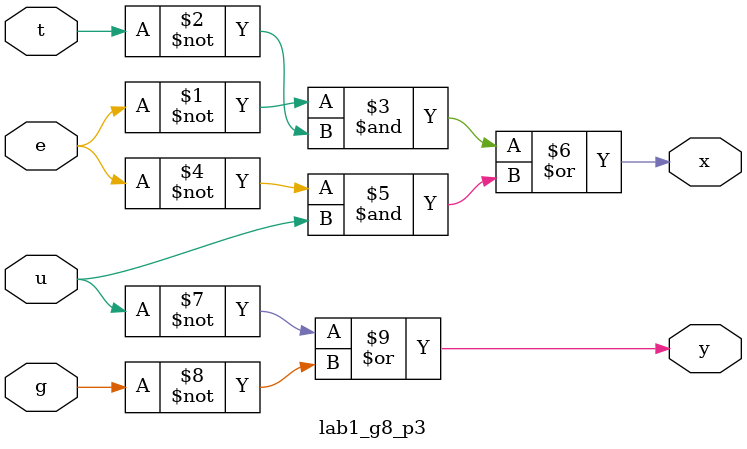
<source format=sv>
module lab1_g8_p3(
    input logic g, t, u, e,
    output logic x,y
);


assign x = ~e&~t | ~e&u;

assign y = ~u | ~g;

endmodule
</source>
